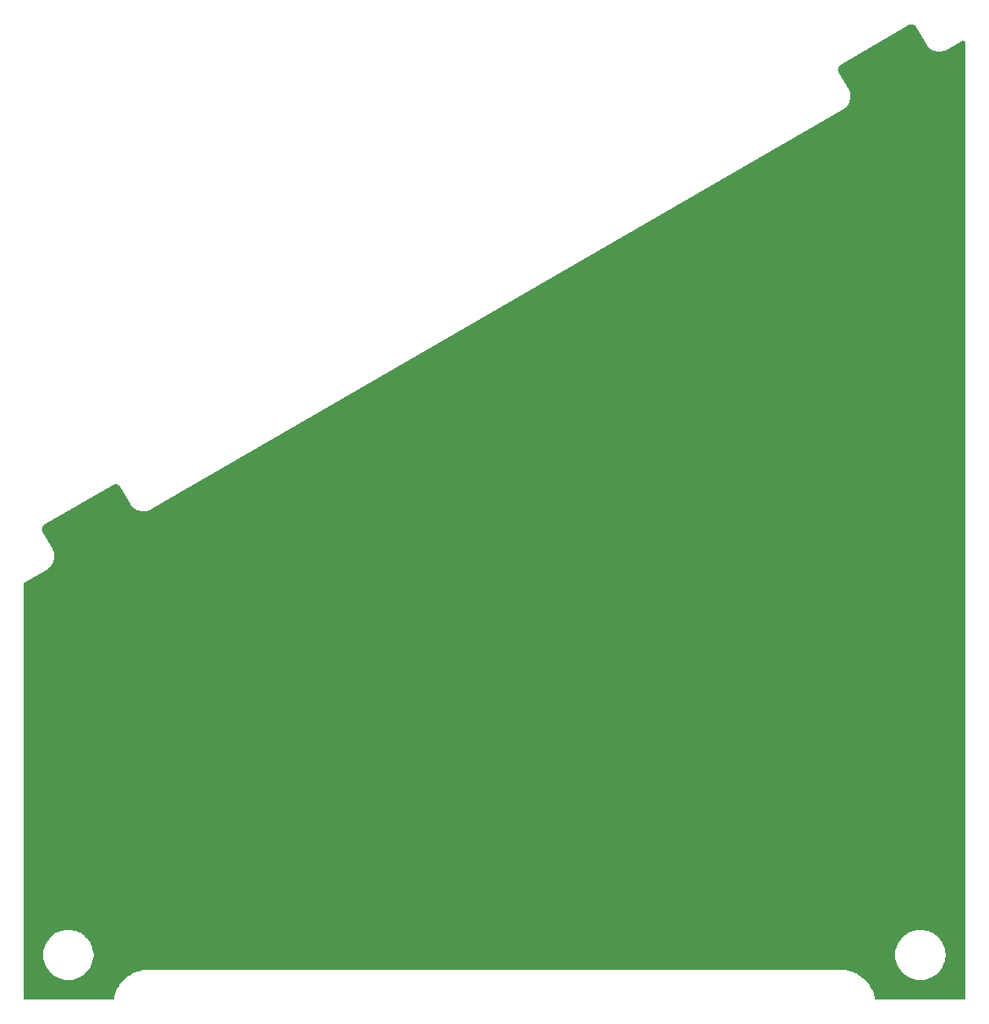
<source format=gbl>
G04*
G04 #@! TF.GenerationSoftware,Altium Limited,Altium Designer,25.5.2 (35)*
G04*
G04 Layer_Physical_Order=2*
G04 Layer_Color=16711680*
%FSLAX44Y44*%
%MOMM*%
G71*
G04*
G04 #@! TF.SameCoordinates,B8EBF339-C92A-47AB-88FE-990221ABDF71*
G04*
G04*
G04 #@! TF.FilePolarity,Positive*
G04*
G01*
G75*
G36*
X895129Y980841D02*
X896062Y980591D01*
X896928Y980164D01*
X897694Y979576D01*
X898331Y978850D01*
X898572Y978432D01*
X898572Y978432D01*
X908572Y961111D01*
X908656Y961016D01*
X908702Y960898D01*
X909234Y960073D01*
X909497Y959801D01*
X909686Y959474D01*
X910978Y958000D01*
X911377Y957695D01*
X911708Y957317D01*
X913263Y956124D01*
X913714Y955902D01*
X914112Y955596D01*
X915870Y954729D01*
X916355Y954599D01*
X916805Y954377D01*
X918699Y953870D01*
X919200Y953837D01*
X919685Y953707D01*
X921641Y953579D01*
X922139Y953644D01*
X922640Y953611D01*
X924583Y953867D01*
X925059Y954029D01*
X925557Y954094D01*
X927413Y954724D01*
X927740Y954913D01*
X928103Y955017D01*
X928976Y955465D01*
X929076Y955544D01*
X929196Y955585D01*
X945330Y964900D01*
X947530Y963630D01*
Y5098D01*
X857293D01*
X857106Y6518D01*
X856998Y6837D01*
X856976Y7172D01*
X855960Y10963D01*
X855811Y11264D01*
X855746Y11594D01*
X854244Y15220D01*
X854057Y15499D01*
X853949Y15818D01*
X851987Y19216D01*
X851765Y19469D01*
X851616Y19770D01*
X849227Y22884D01*
X848975Y23105D01*
X848788Y23385D01*
X846013Y26160D01*
X845733Y26347D01*
X845512Y26600D01*
X842398Y28988D01*
X842097Y29137D01*
X841844Y29359D01*
X838446Y31321D01*
X838127Y31429D01*
X837847Y31616D01*
X834222Y33118D01*
X833892Y33183D01*
X833590Y33332D01*
X829800Y34348D01*
X829464Y34370D01*
X829146Y34478D01*
X825255Y34990D01*
X825003Y34973D01*
X824757Y35031D01*
X822795Y35095D01*
X822711Y35081D01*
X822628Y35098D01*
X130000Y35098D01*
X129917Y35081D01*
X129833Y35095D01*
X127871Y35031D01*
X127625Y34973D01*
X127373Y34990D01*
X123482Y34478D01*
X123163Y34370D01*
X122828Y34348D01*
X119037Y33332D01*
X118736Y33183D01*
X118406Y33118D01*
X114781Y31616D01*
X114501Y31429D01*
X114182Y31321D01*
X110784Y29359D01*
X110531Y29137D01*
X110230Y28988D01*
X107116Y26600D01*
X106895Y26347D01*
X106615Y26160D01*
X103840Y23385D01*
X103653Y23105D01*
X103400Y22884D01*
X101011Y19770D01*
X100863Y19469D01*
X100641Y19216D01*
X98679Y15818D01*
X98571Y15499D01*
X98384Y15220D01*
X96882Y11594D01*
X96817Y11264D01*
X96668Y10963D01*
X95652Y7172D01*
X95630Y6837D01*
X95522Y6518D01*
X95335Y5098D01*
X5098D01*
Y422057D01*
X28530Y435585D01*
X28625Y435669D01*
X28743Y435716D01*
X29568Y436247D01*
X29840Y436510D01*
X30167Y436699D01*
X31641Y437991D01*
X31946Y438390D01*
X32324Y438721D01*
X33517Y440276D01*
X33739Y440727D01*
X34045Y441125D01*
X34912Y442883D01*
X35042Y443368D01*
X35264Y443818D01*
X35771Y445712D01*
X35804Y446213D01*
X35934Y446698D01*
X36062Y448654D01*
X35997Y449152D01*
X36030Y449653D01*
X35774Y451596D01*
X35612Y452072D01*
X35547Y452570D01*
X34917Y454426D01*
X34728Y454753D01*
X34624Y455116D01*
X34176Y455989D01*
X34097Y456089D01*
X34056Y456209D01*
X24056Y473530D01*
X23814Y473948D01*
X23504Y474862D01*
X23378Y475820D01*
X23441Y476783D01*
X23691Y477716D01*
X24118Y478582D01*
X24706Y479348D01*
X25432Y479985D01*
X25850Y480226D01*
X25850Y480226D01*
X95132Y520226D01*
X95550Y520467D01*
X96465Y520778D01*
X97422Y520904D01*
X98386Y520841D01*
X99318Y520591D01*
X100184Y520164D01*
X100950Y519576D01*
X101587Y518850D01*
X101829Y518432D01*
X111829Y501111D01*
X111912Y501016D01*
X111959Y500898D01*
X112491Y500073D01*
X112754Y499801D01*
X112943Y499474D01*
X114235Y498000D01*
X114634Y497695D01*
X114965Y497317D01*
X116520Y496124D01*
X116970Y495902D01*
X117368Y495596D01*
X119127Y494729D01*
X119612Y494599D01*
X120062Y494377D01*
X121955Y493870D01*
X122456Y493837D01*
X122941Y493707D01*
X124897Y493579D01*
X125395Y493644D01*
X125896Y493611D01*
X127840Y493867D01*
X128315Y494029D01*
X128813Y494094D01*
X130669Y494724D01*
X130997Y494913D01*
X131360Y495017D01*
X132233Y495465D01*
X132332Y495544D01*
X132453Y495585D01*
X825273Y895585D01*
X825368Y895669D01*
X825487Y895715D01*
X826311Y896247D01*
X826583Y896510D01*
X826910Y896699D01*
X828384Y897992D01*
X828690Y898390D01*
X829067Y898721D01*
X830260Y900276D01*
X830483Y900727D01*
X830788Y901125D01*
X831655Y902883D01*
X831785Y903368D01*
X832007Y903818D01*
X832515Y905712D01*
X832548Y906213D01*
X832678Y906698D01*
X832806Y908654D01*
X832740Y909152D01*
X832773Y909653D01*
X832517Y911596D01*
X832356Y912072D01*
X832290Y912570D01*
X831660Y914426D01*
X831471Y914753D01*
X831367Y915116D01*
X830919Y915989D01*
X830840Y916089D01*
X830799Y916209D01*
X820799Y933530D01*
X820799Y933530D01*
X820558Y933948D01*
X820247Y934862D01*
X820121Y935820D01*
X820185Y936783D01*
X820434Y937716D01*
X820862Y938582D01*
X821450Y939348D01*
X822176Y939985D01*
X822594Y940226D01*
X891876Y980226D01*
X892294Y980468D01*
X893208Y980778D01*
X894165Y980904D01*
X895129Y980841D01*
D02*
G37*
%LPC*%
G36*
X904600Y75098D02*
X900660D01*
X900168Y75000D01*
X899666D01*
X895802Y74231D01*
X895338Y74039D01*
X894845Y73941D01*
X891206Y72434D01*
X890788Y72155D01*
X890324Y71963D01*
X887048Y69774D01*
X886693Y69419D01*
X886276Y69140D01*
X883490Y66354D01*
X883211Y65937D01*
X882856Y65581D01*
X880667Y62306D01*
X880475Y61842D01*
X880196Y61424D01*
X878689Y57785D01*
X878591Y57292D01*
X878399Y56828D01*
X877630Y52964D01*
Y52462D01*
X877532Y51970D01*
Y48030D01*
X877630Y47538D01*
Y47036D01*
X878399Y43172D01*
X878591Y42708D01*
X878689Y42215D01*
X880196Y38575D01*
X880475Y38158D01*
X880667Y37694D01*
X882856Y34418D01*
X883211Y34063D01*
X883490Y33646D01*
X886276Y30860D01*
X886693Y30581D01*
X887048Y30226D01*
X890324Y28037D01*
X890788Y27845D01*
X891206Y27566D01*
X894845Y26059D01*
X895338Y25961D01*
X895802Y25769D01*
X899666Y25000D01*
X900168D01*
X900660Y24902D01*
X904600D01*
X905092Y25000D01*
X905594D01*
X909458Y25769D01*
X909922Y25961D01*
X910415Y26059D01*
X914054Y27566D01*
X914472Y27845D01*
X914936Y28037D01*
X918212Y30226D01*
X918567Y30581D01*
X918984Y30860D01*
X921770Y33646D01*
X922049Y34063D01*
X922404Y34418D01*
X924593Y37694D01*
X924785Y38158D01*
X925064Y38575D01*
X926571Y42215D01*
X926669Y42708D01*
X926861Y43172D01*
X927630Y47036D01*
Y47538D01*
X927728Y48030D01*
Y51970D01*
X927630Y52462D01*
Y52964D01*
X926861Y56828D01*
X926669Y57292D01*
X926571Y57785D01*
X925064Y61424D01*
X924785Y61842D01*
X924593Y62306D01*
X922404Y65581D01*
X922049Y65936D01*
X921770Y66354D01*
X918984Y69140D01*
X918567Y69419D01*
X918212Y69774D01*
X914936Y71963D01*
X914472Y72155D01*
X914054Y72434D01*
X910415Y73941D01*
X909922Y74039D01*
X909458Y74231D01*
X905594Y75000D01*
X905092D01*
X904600Y75098D01*
D02*
G37*
G36*
X51970D02*
X48030D01*
X47538Y75000D01*
X47036D01*
X43172Y74231D01*
X42708Y74039D01*
X42215Y73941D01*
X38575Y72434D01*
X38158Y72155D01*
X37694Y71963D01*
X34418Y69774D01*
X34063Y69419D01*
X33646Y69140D01*
X30860Y66354D01*
X30581Y65937D01*
X30226Y65581D01*
X28037Y62306D01*
X27845Y61842D01*
X27566Y61424D01*
X26059Y57785D01*
X25961Y57292D01*
X25769Y56828D01*
X25000Y52964D01*
Y52462D01*
X24902Y51970D01*
Y48030D01*
X25000Y47538D01*
Y47036D01*
X25769Y43172D01*
X25961Y42708D01*
X26059Y42215D01*
X27566Y38575D01*
X27845Y38158D01*
X28037Y37694D01*
X30226Y34418D01*
X30581Y34063D01*
X30860Y33646D01*
X33646Y30860D01*
X34063Y30581D01*
X34418Y30226D01*
X37694Y28037D01*
X38158Y27845D01*
X38575Y27566D01*
X42215Y26059D01*
X42708Y25961D01*
X43172Y25769D01*
X47036Y25000D01*
X47538D01*
X48030Y24902D01*
X51970D01*
X52462Y25000D01*
X52964D01*
X56828Y25769D01*
X57292Y25961D01*
X57785Y26059D01*
X61424Y27566D01*
X61842Y27845D01*
X62306Y28037D01*
X65581Y30226D01*
X65936Y30581D01*
X66354Y30860D01*
X69140Y33646D01*
X69419Y34063D01*
X69774Y34418D01*
X71963Y37694D01*
X72155Y38158D01*
X72434Y38575D01*
X73941Y42215D01*
X74039Y42708D01*
X74231Y43172D01*
X75000Y47036D01*
Y47538D01*
X75098Y48030D01*
Y51970D01*
X75000Y52462D01*
Y52964D01*
X74231Y56828D01*
X74039Y57292D01*
X73941Y57785D01*
X72434Y61424D01*
X72155Y61842D01*
X71963Y62306D01*
X69774Y65581D01*
X69419Y65936D01*
X69140Y66354D01*
X66354Y69140D01*
X65937Y69419D01*
X65581Y69774D01*
X62306Y71963D01*
X61842Y72155D01*
X61424Y72434D01*
X57785Y73941D01*
X57292Y74039D01*
X56828Y74231D01*
X52964Y75000D01*
X52462D01*
X51970Y75098D01*
D02*
G37*
%LPD*%
M02*

</source>
